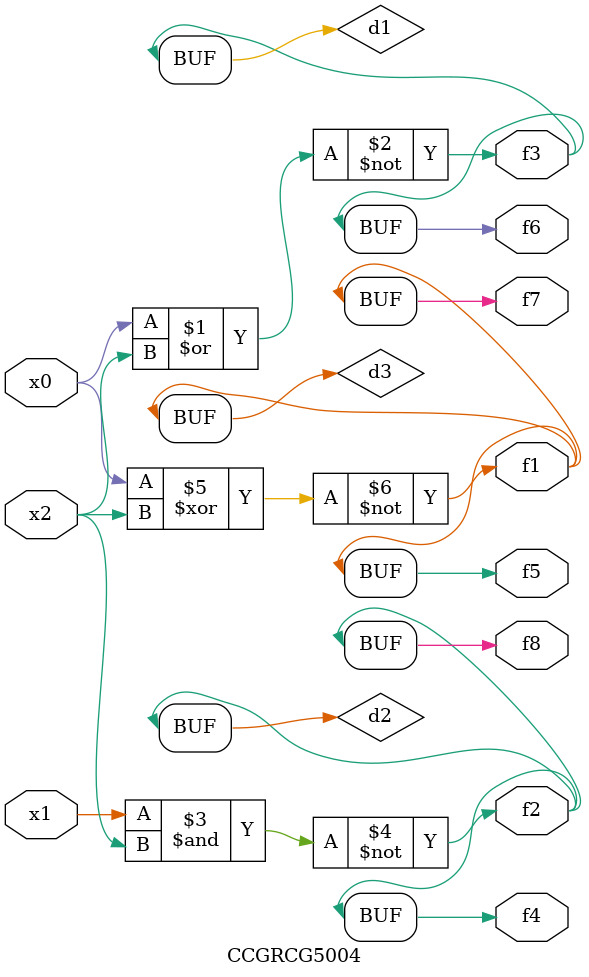
<source format=v>
module CCGRCG5004(
	input x0, x1, x2,
	output f1, f2, f3, f4, f5, f6, f7, f8
);

	wire d1, d2, d3;

	nor (d1, x0, x2);
	nand (d2, x1, x2);
	xnor (d3, x0, x2);
	assign f1 = d3;
	assign f2 = d2;
	assign f3 = d1;
	assign f4 = d2;
	assign f5 = d3;
	assign f6 = d1;
	assign f7 = d3;
	assign f8 = d2;
endmodule

</source>
